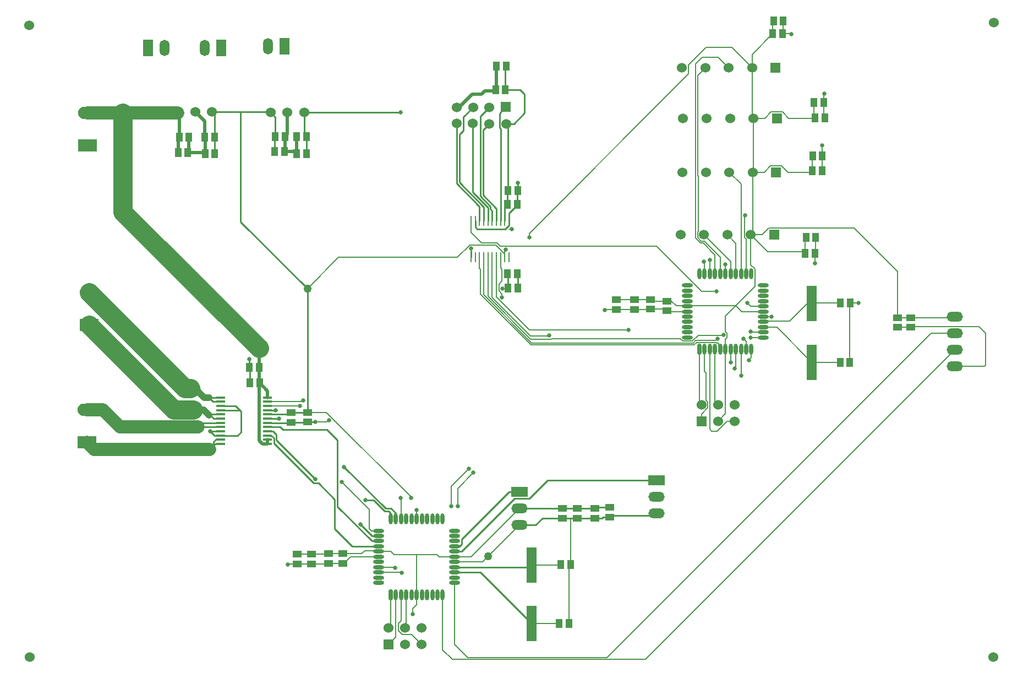
<source format=gtl>
G04 Layer_Physical_Order=1*
G04 Layer_Color=255*
%FSLAX25Y25*%
%MOIN*%
G70*
G01*
G75*
%ADD10R,0.04331X0.05512*%
%ADD11R,0.05512X0.04331*%
%ADD12O,0.05512X0.01575*%
G04:AMPARAMS|DCode=13|XSize=15.75mil|YSize=55.12mil|CornerRadius=3.94mil|HoleSize=0mil|Usage=FLASHONLY|Rotation=90.000|XOffset=0mil|YOffset=0mil|HoleType=Round|Shape=RoundedRectangle|*
%AMROUNDEDRECTD13*
21,1,0.01575,0.04724,0,0,90.0*
21,1,0.00787,0.05512,0,0,90.0*
1,1,0.00787,0.02362,0.00394*
1,1,0.00787,0.02362,-0.00394*
1,1,0.00787,-0.02362,-0.00394*
1,1,0.00787,-0.02362,0.00394*
%
%ADD13ROUNDEDRECTD13*%
%ADD14O,0.02362X0.06496*%
%ADD15O,0.06496X0.02362*%
G04:AMPARAMS|DCode=16|XSize=23.62mil|YSize=64.96mil|CornerRadius=5.91mil|HoleSize=0mil|Usage=FLASHONLY|Rotation=180.000|XOffset=0mil|YOffset=0mil|HoleType=Round|Shape=RoundedRectangle|*
%AMROUNDEDRECTD16*
21,1,0.02362,0.05315,0,0,180.0*
21,1,0.01181,0.06496,0,0,180.0*
1,1,0.01181,-0.00591,0.02658*
1,1,0.01181,0.00591,0.02658*
1,1,0.01181,0.00591,-0.02658*
1,1,0.01181,-0.00591,-0.02658*
%
%ADD16ROUNDEDRECTD16*%
%ADD17R,0.05906X0.21654*%
%ADD18R,0.00984X0.06102*%
G04:AMPARAMS|DCode=19|XSize=9.84mil|YSize=61.02mil|CornerRadius=2.46mil|HoleSize=0mil|Usage=FLASHONLY|Rotation=180.000|XOffset=0mil|YOffset=0mil|HoleType=Round|Shape=RoundedRectangle|*
%AMROUNDEDRECTD19*
21,1,0.00984,0.05610,0,0,180.0*
21,1,0.00492,0.06102,0,0,180.0*
1,1,0.00492,-0.00246,0.02805*
1,1,0.00492,0.00246,0.02805*
1,1,0.00492,0.00246,-0.02805*
1,1,0.00492,-0.00246,-0.02805*
%
%ADD19ROUNDEDRECTD19*%
%ADD20C,0.01969*%
%ADD21C,0.07874*%
%ADD22C,0.11811*%
%ADD23C,0.00984*%
%ADD24C,0.03937*%
%ADD25C,0.00600*%
%ADD26C,0.06000*%
%ADD27R,0.06000X0.06000*%
%ADD28R,0.09843X0.06000*%
%ADD29O,0.09843X0.06000*%
%ADD30O,0.09843X0.05906*%
%ADD31R,0.11417X0.07480*%
%ADD32O,0.11417X0.07480*%
%ADD33O,0.06000X0.09843*%
%ADD34R,0.06000X0.09843*%
%ADD35C,0.05000*%
%ADD36C,0.02500*%
D10*
X599606Y322441D02*
D03*
X605512D02*
D03*
X430118Y164173D02*
D03*
X436024D02*
D03*
X429331Y128347D02*
D03*
X435236D02*
D03*
X199016Y422736D02*
D03*
X204921D02*
D03*
X198425Y413386D02*
D03*
X204331D02*
D03*
X220472Y422736D02*
D03*
X214567D02*
D03*
X220669Y412992D02*
D03*
X214764D02*
D03*
X257283Y423228D02*
D03*
X263189D02*
D03*
X256890Y414173D02*
D03*
X262795D02*
D03*
X276181Y412992D02*
D03*
X270276D02*
D03*
X276181Y423228D02*
D03*
X270276D02*
D03*
X396654Y451575D02*
D03*
X390748D02*
D03*
X397047Y465748D02*
D03*
X391142D02*
D03*
X397835Y340158D02*
D03*
X403740D02*
D03*
X398228Y331496D02*
D03*
X404134D02*
D03*
X397835Y382283D02*
D03*
X403740D02*
D03*
X398228Y390551D02*
D03*
X404134D02*
D03*
X247441Y283465D02*
D03*
X241535D02*
D03*
X247835Y274016D02*
D03*
X241929D02*
D03*
X599409Y286614D02*
D03*
X605315D02*
D03*
X584252Y434646D02*
D03*
X590158D02*
D03*
X578150Y352362D02*
D03*
X584055D02*
D03*
X582480Y402362D02*
D03*
X588386D02*
D03*
X558661Y485433D02*
D03*
X564567D02*
D03*
X559055Y493307D02*
D03*
X564961D02*
D03*
X583661Y443701D02*
D03*
X589567D02*
D03*
X582677Y411417D02*
D03*
X588583D02*
D03*
X578740Y362205D02*
D03*
X584646D02*
D03*
D11*
X276772Y256299D02*
D03*
Y250394D02*
D03*
X266929Y256102D02*
D03*
Y250197D02*
D03*
X431102Y198228D02*
D03*
Y192323D02*
D03*
X440158Y198228D02*
D03*
Y192323D02*
D03*
X450787Y198228D02*
D03*
Y192323D02*
D03*
X459842Y198819D02*
D03*
Y192913D02*
D03*
X289370Y170669D02*
D03*
Y164764D02*
D03*
X298031Y170669D02*
D03*
Y164764D02*
D03*
X279134Y170472D02*
D03*
Y164567D02*
D03*
X270472Y170472D02*
D03*
Y164567D02*
D03*
X642126Y313583D02*
D03*
Y307677D02*
D03*
X634252Y313583D02*
D03*
Y307677D02*
D03*
X494488Y323622D02*
D03*
Y317717D02*
D03*
X484646Y324606D02*
D03*
Y318701D02*
D03*
X474803Y324410D02*
D03*
Y318504D02*
D03*
X463779Y324410D02*
D03*
Y318504D02*
D03*
D12*
X252559Y237106D02*
D03*
Y239665D02*
D03*
Y242224D02*
D03*
Y244783D02*
D03*
Y247342D02*
D03*
Y249902D02*
D03*
Y252461D02*
D03*
Y255020D02*
D03*
Y257579D02*
D03*
Y260138D02*
D03*
Y262697D02*
D03*
Y265256D02*
D03*
X224213Y237106D02*
D03*
Y239665D02*
D03*
Y242224D02*
D03*
Y244783D02*
D03*
Y247342D02*
D03*
Y249902D02*
D03*
Y252461D02*
D03*
Y255020D02*
D03*
Y257579D02*
D03*
Y260138D02*
D03*
Y262697D02*
D03*
D13*
Y265256D02*
D03*
D14*
X330315Y145965D02*
D03*
X333465D02*
D03*
X336614D02*
D03*
X339764D02*
D03*
X342913D02*
D03*
X346063D02*
D03*
X349213D02*
D03*
X352362D02*
D03*
X355512D02*
D03*
X358661D02*
D03*
Y191831D02*
D03*
X355512D02*
D03*
X352362D02*
D03*
X349213D02*
D03*
X346063D02*
D03*
X342913D02*
D03*
X339764D02*
D03*
X336614D02*
D03*
X333465D02*
D03*
X330315D02*
D03*
X327165D02*
D03*
X517323Y294390D02*
D03*
X520472D02*
D03*
X523622D02*
D03*
X526772D02*
D03*
X529921D02*
D03*
X533071D02*
D03*
X536221D02*
D03*
X539370D02*
D03*
X542520D02*
D03*
X545669D02*
D03*
Y340256D02*
D03*
X542520D02*
D03*
X539370D02*
D03*
X536221D02*
D03*
X533071D02*
D03*
X529921D02*
D03*
X526772D02*
D03*
X523622D02*
D03*
X520472D02*
D03*
X517323D02*
D03*
X514173D02*
D03*
D15*
X365846Y153150D02*
D03*
Y156299D02*
D03*
Y159449D02*
D03*
Y162598D02*
D03*
Y165748D02*
D03*
Y168898D02*
D03*
Y172047D02*
D03*
Y175197D02*
D03*
Y178347D02*
D03*
Y181496D02*
D03*
Y184646D02*
D03*
X319980D02*
D03*
Y181496D02*
D03*
Y178347D02*
D03*
Y175197D02*
D03*
Y172047D02*
D03*
Y168898D02*
D03*
Y165748D02*
D03*
Y162598D02*
D03*
Y159449D02*
D03*
Y156299D02*
D03*
Y153150D02*
D03*
X552854Y301575D02*
D03*
Y304724D02*
D03*
Y307874D02*
D03*
Y311024D02*
D03*
Y314173D02*
D03*
Y317323D02*
D03*
Y320472D02*
D03*
Y323622D02*
D03*
Y326772D02*
D03*
Y329921D02*
D03*
Y333071D02*
D03*
X506988D02*
D03*
Y329921D02*
D03*
Y326772D02*
D03*
Y323622D02*
D03*
Y320472D02*
D03*
Y317323D02*
D03*
Y314173D02*
D03*
Y311024D02*
D03*
Y307874D02*
D03*
Y304724D02*
D03*
Y301575D02*
D03*
D16*
X327165Y145965D02*
D03*
X514173Y294390D02*
D03*
D17*
X412598Y163779D02*
D03*
Y128347D02*
D03*
X582283Y322047D02*
D03*
Y286614D02*
D03*
D18*
X375787Y350000D02*
D03*
X378346D02*
D03*
X380906D02*
D03*
X383465D02*
D03*
X386024D02*
D03*
X388583D02*
D03*
X391142D02*
D03*
X393701D02*
D03*
X396260D02*
D03*
X398819D02*
D03*
X375787Y372047D02*
D03*
X378346D02*
D03*
X380906D02*
D03*
X383465D02*
D03*
X386024D02*
D03*
X388583D02*
D03*
X391142D02*
D03*
X393701D02*
D03*
X396260D02*
D03*
D19*
X398819D02*
D03*
D20*
X247539Y239075D02*
Y274311D01*
X198228Y437598D02*
X199016Y436811D01*
X247441Y283465D02*
Y295079D01*
Y274409D02*
Y283465D01*
Y274409D02*
X247539Y274311D01*
X199016Y422736D02*
Y436811D01*
X198425Y413386D02*
Y422146D01*
X199016Y422736D01*
X204921Y413976D02*
Y422736D01*
X204331Y413386D02*
X204921Y413976D01*
X204331Y413386D02*
X214370D01*
X214764Y412992D01*
Y422539D01*
X214567Y422736D02*
X214764Y422539D01*
X214567Y422736D02*
Y432382D01*
X208858Y438091D02*
X214567Y432382D01*
X264567Y424606D02*
Y437795D01*
X263189Y423228D02*
X264567Y424606D01*
X263189Y414567D02*
Y423228D01*
X262795Y414173D02*
X263189Y414567D01*
X262795Y414173D02*
X269094D01*
X270276Y412992D01*
Y423228D01*
X391142Y451968D02*
Y465748D01*
X390748Y451575D02*
X391142Y451968D01*
X252559Y265256D02*
Y269291D01*
X247835Y274016D02*
X252559Y269291D01*
Y237106D02*
Y239665D01*
X247539Y274311D02*
X247835Y274016D01*
X247539Y239075D02*
X249508Y237106D01*
X252559D01*
X367108Y440945D02*
X368504D01*
X389961Y450787D02*
X390748Y451575D01*
X384252Y450787D02*
X389961D01*
X368504Y440945D02*
X376378Y448819D01*
X382283D01*
X384252Y450787D01*
D21*
X164961Y437598D02*
X198228D01*
X143504D02*
X164961D01*
X143307Y257874D02*
X152756D01*
X163287Y247342D01*
X143307Y238189D02*
X147638Y233858D01*
X217520D01*
X163287Y247342D02*
X210531D01*
D22*
X164961Y377559D02*
Y437598D01*
Y377559D02*
X247441Y295079D01*
X144488Y328740D02*
X202362Y270866D01*
X205906D01*
X144488Y309055D02*
X195758Y257785D01*
X207480D01*
D23*
X220669Y412992D02*
Y422539D01*
X220472Y422736D02*
X220669Y422539D01*
X220472Y422736D02*
Y436614D01*
X218996Y438091D02*
X220472Y436614D01*
X256890Y414173D02*
Y422835D01*
X257283Y423228D01*
Y434941D01*
X254134Y438091D02*
X254429Y437795D01*
X257283Y434941D01*
X274705Y424705D02*
Y437795D01*
Y424705D02*
X276181Y423228D01*
Y412992D02*
Y423228D01*
X397108Y430945D02*
X401811D01*
X408268Y437402D01*
Y448819D01*
X405512Y451575D02*
X408268Y448819D01*
X396654Y451575D02*
X405512D01*
X396654D02*
Y465354D01*
X397047Y465748D01*
X274705Y437795D02*
X333071D01*
X396260Y372047D02*
Y380709D01*
X397835Y382283D01*
X397108Y430945D02*
X398228Y429824D01*
X378346Y368504D02*
X379528Y367323D01*
X378346Y368504D02*
Y372047D01*
X375787Y350000D02*
Y354134D01*
X398819Y372047D02*
Y376802D01*
X403740Y381723D01*
Y382283D01*
X404134Y390551D02*
Y395079D01*
X397835Y340158D02*
X398228Y339764D01*
X403740Y340158D02*
X404134Y339764D01*
X210531Y247342D02*
X224213D01*
X213090Y249902D02*
X224213D01*
X221161Y239665D02*
X224213D01*
X219685Y238189D02*
X221161Y239665D01*
X220768Y237106D02*
X224213D01*
X219685Y236024D02*
Y238189D01*
X217520Y233858D02*
X219685Y236024D01*
X220768Y237106D01*
X217323Y254331D02*
X218110D01*
X219980Y252461D01*
X224213D01*
X217323Y254331D02*
X218012Y255020D01*
X224213D01*
X217028Y265256D02*
X224213D01*
X210531Y247342D02*
X213090Y249902D01*
X217815Y244783D02*
X224213D01*
X217815D02*
X220374Y242224D01*
X224213D01*
X252559Y249902D02*
X266634D01*
X266929Y250197D01*
X276575D01*
X276772Y250394D01*
X281496D01*
X217028Y265256D02*
X219587Y262697D01*
X224213D01*
Y242224D02*
X234350D01*
X236614Y244488D01*
Y256693D01*
X224213Y260138D02*
X233169D01*
X224213Y257579D02*
X235728D01*
X236614Y256693D01*
X233169Y260138D02*
X235728Y257579D01*
X241929Y274016D02*
Y283071D01*
X241535Y283465D02*
X241929Y283071D01*
X241535Y283465D02*
Y288386D01*
X367108Y394703D02*
Y431045D01*
Y394703D02*
X380906Y380906D01*
Y372047D02*
Y380906D01*
X371200Y435037D02*
X377108Y440945D01*
X371200Y426953D02*
Y435037D01*
X368692Y424445D02*
X371200Y426953D01*
X368692Y395359D02*
Y424445D01*
Y395359D02*
X383465Y380587D01*
Y372047D02*
Y380587D01*
X386024Y372047D02*
Y380268D01*
X376808Y389484D02*
X386024Y380268D01*
X376808Y389484D02*
Y431045D01*
X381496Y435433D02*
X387008Y440945D01*
X381496Y387036D02*
Y435433D01*
Y387036D02*
X387608Y380925D01*
Y379321D02*
Y380925D01*
Y379321D02*
X388583Y378346D01*
Y372047D02*
Y378346D01*
X391142Y372047D02*
Y379631D01*
X383080Y387692D02*
X391142Y379631D01*
X383080Y387692D02*
Y427017D01*
X387008Y430945D01*
X393016Y437053D02*
X397008Y441045D01*
X393016Y428565D02*
Y437053D01*
Y428565D02*
X393701Y427880D01*
Y372047D02*
Y427880D01*
X236221Y371654D02*
X276772Y331102D01*
X236221Y371654D02*
Y438091D01*
X276575Y256102D02*
X276772Y256299D01*
X266929Y256102D02*
X276575D01*
X276772Y256299D02*
Y331102D01*
X370187Y179537D02*
X398839Y208189D01*
X405118D01*
Y198189D02*
X431063D01*
X431102Y198228D01*
X440158D01*
X450787D01*
X451378Y198819D02*
X459842D01*
X450787Y198228D02*
X451378Y198819D01*
X422153Y215118D02*
X488189D01*
X411131Y204097D02*
X422153Y215118D01*
X402128Y204097D02*
X411131D01*
X365846Y172047D02*
X370079D01*
X405118Y188189D02*
X414961D01*
X419095Y192323D01*
X431102D01*
X440158D02*
X450787D01*
X455709Y192913D02*
X459842D01*
X455118Y192323D02*
X455709Y192913D01*
X450787Y192323D02*
X455118D01*
X365846Y162598D02*
X411417D01*
X412598Y163779D01*
X365846Y159449D02*
X381496D01*
X412598Y128347D01*
X283445Y213406D02*
X293307Y203544D01*
X294891Y199139D02*
Y239361D01*
X308760Y188583D02*
X315846Y181496D01*
X319980D01*
X252559Y257579D02*
X257382D01*
X252559Y255020D02*
X265846D01*
X266929Y256102D01*
X252559Y252461D02*
X259350D01*
X280624Y213406D02*
X283445D01*
X370079Y172047D02*
X402128Y204097D01*
X431102Y192323D02*
X435630D01*
X440158D01*
X293307Y185827D02*
Y203544D01*
Y185827D02*
X303937Y175197D01*
X319980D01*
X294891Y199139D02*
X315684Y178347D01*
X319980D01*
X298917Y223228D02*
X324114Y198031D01*
X327559D01*
X330315Y195276D01*
Y191831D02*
Y195276D01*
X254626Y242224D02*
X254786Y242065D01*
X254786D01*
X254568Y241847D02*
X254786Y242065D01*
X257991Y239351D02*
X281594Y215748D01*
X256407Y237623D02*
X280624Y213406D01*
X398228Y331496D02*
Y339764D01*
X404134Y331496D02*
Y339764D01*
X218996Y438091D02*
X236221D01*
X254134D01*
X459842Y192913D02*
X460630Y193701D01*
X486772D01*
X488189Y195118D01*
X252559Y242224D02*
X254626D01*
X311811Y203150D02*
X316756D01*
X323458Y196447D01*
X325994D01*
X327165Y195276D01*
Y191831D02*
Y195276D01*
X365846Y175197D02*
X368898D01*
X370187Y176486D01*
Y179537D01*
X396623Y367323D02*
X398819Y369518D01*
X379528Y367323D02*
X396623D01*
X398819Y369518D02*
Y372047D01*
X403740Y382283D02*
Y390158D01*
X404134Y390551D01*
X398228Y392126D02*
Y429824D01*
X397835Y391732D02*
X398228Y392126D01*
X397835Y382283D02*
Y391732D01*
X254568Y241847D02*
X255323D01*
X256407Y240762D01*
Y237623D02*
Y240762D01*
X252559Y244783D02*
X256004D01*
X257991Y242796D01*
Y239351D02*
Y242796D01*
X252559Y247342D02*
X260236D01*
X261910Y245669D01*
X288583D01*
X294891Y239361D01*
D24*
X207480Y257785D02*
X213868D01*
X217323Y254331D01*
X207087Y272047D02*
X207480D01*
X205906Y270866D02*
X207087Y272047D01*
X207480D02*
X214272Y265256D01*
X217028D01*
D25*
X297638Y214173D02*
X314173Y197638D01*
X252559Y260138D02*
X272146D01*
X252559Y262697D02*
X273327D01*
X274015Y263385D01*
X274015D01*
X333465Y191831D02*
Y203936D01*
X333071Y204330D02*
X333465Y203936D01*
X330315Y120236D02*
Y145965D01*
X325827Y115748D02*
X330315Y120236D01*
X331927Y124133D02*
X334211Y121848D01*
X331927Y124133D02*
Y128506D01*
X334211Y121848D02*
X339727D01*
X345827Y115748D01*
X340551Y134252D02*
Y137402D01*
X342913Y139764D01*
Y145965D01*
X412598Y163779D02*
X429724D01*
X430118Y164173D01*
X436024D02*
Y191929D01*
X435630Y192323D02*
X436024Y191929D01*
X412598Y128347D02*
X429331D01*
X429331Y128347D01*
X298031Y170669D02*
X309646D01*
X311417Y172441D01*
X319587D01*
X319980Y172047D01*
X302981Y168898D02*
X319980D01*
X298847Y164764D02*
X302981Y168898D01*
X298031Y164764D02*
X298847D01*
X289370Y170669D02*
X298031D01*
X289370Y164764D02*
X298031D01*
X365059Y166535D02*
X365846Y165748D01*
X356421Y168898D02*
X365846D01*
X355222Y170098D02*
X356421Y168898D01*
X327165Y172047D02*
X329115Y170098D01*
X319980Y172047D02*
X327165D01*
X365846Y165748D02*
X382677D01*
X342913Y191831D02*
Y197244D01*
X289173Y164567D02*
X289370Y164764D01*
X342913Y145965D02*
Y170098D01*
X329115D02*
X342913D01*
X355222D01*
X279134Y170472D02*
X289173D01*
X289370Y170669D01*
X279134Y164567D02*
X289173D01*
X270472Y170472D02*
X279134D01*
X270472Y164567D02*
X279134D01*
X265354D02*
X270472D01*
X264961Y164173D02*
X265354Y164567D01*
X375827Y168898D02*
X405118Y198189D01*
X365846Y168898D02*
X375827D01*
X668307Y313583D02*
X668898Y314173D01*
X634252Y313583D02*
X642126D01*
X668307D01*
X634252Y307677D02*
X642126D01*
X686929Y284173D02*
X687601Y284845D01*
X668898Y284173D02*
X686929D01*
X687601Y284845D02*
Y304132D01*
X683659Y308073D02*
X687601Y304132D01*
X642126Y307677D02*
Y308073D01*
X435236Y163386D02*
X436024Y164173D01*
X435236Y128347D02*
Y163386D01*
X654567Y304173D02*
X668898D01*
X481417Y106693D02*
X668898Y294173D01*
X364567Y106693D02*
X481417D01*
X458287Y107893D02*
X654567Y304173D01*
X373702Y107893D02*
X458287D01*
X365846Y115748D02*
Y153150D01*
Y115748D02*
X373702Y107893D01*
X514173Y261968D02*
Y294390D01*
Y261968D02*
X515354Y260787D01*
Y250787D02*
Y255272D01*
X519254Y259172D01*
Y262403D01*
X518110Y263547D02*
X519254Y262403D01*
X518110Y263547D02*
Y280315D01*
X517323Y281102D02*
X518110Y280315D01*
X517323Y281102D02*
Y294390D01*
X517323Y294390D01*
X530870Y250787D02*
X535354D01*
X523622Y262520D02*
Y294390D01*
Y262520D02*
X525354Y260787D01*
X529921Y255354D02*
Y294390D01*
X525354Y250787D02*
X529921Y255354D01*
X579528Y322047D02*
X582283D01*
X568898Y311417D02*
X579528Y322047D01*
X553248Y311417D02*
X568898D01*
X552854Y311024D02*
X553248Y311417D01*
X561024Y307874D02*
X582283Y286614D01*
X552854Y307874D02*
X561024D01*
X546063Y435039D02*
Y464961D01*
Y435039D02*
X546850Y434252D01*
Y401968D02*
Y434252D01*
X546457Y401575D02*
X546850Y401968D01*
X546457Y364961D02*
Y401575D01*
X545276Y363779D02*
X546457Y364961D01*
X539764Y317323D02*
X552854D01*
X536221Y320866D02*
X539764Y317323D01*
X507382Y320866D02*
X536221D01*
X506988Y320472D02*
X507382Y320866D01*
X529921Y314567D02*
X536221Y320866D01*
X545276Y345660D02*
Y363779D01*
Y345660D02*
X547750Y343185D01*
Y332396D02*
Y343185D01*
X529921Y340256D02*
Y345669D01*
X552854Y314173D02*
X557874D01*
X557874Y314173D01*
X634252Y313583D02*
Y341339D01*
X545276Y363779D02*
X552176D01*
X582283Y286614D02*
X599409D01*
X599409Y286614D01*
X605315D02*
Y322244D01*
X605512Y322441D01*
X582677D02*
X599606D01*
X582283Y322047D02*
X582677Y322441D01*
X605512D02*
X610630D01*
X525703Y294390D02*
X526772D01*
X380906Y343504D02*
X381496Y342913D01*
X380906Y343504D02*
Y350000D01*
X524484Y298538D02*
X524778Y298244D01*
X525703D01*
X524147Y299738D02*
X525196Y300787D01*
X545669Y304724D02*
X552854D01*
X545276Y305118D02*
X545669Y304724D01*
X375787Y354134D02*
Y355315D01*
X375984Y355512D01*
X545276Y301575D02*
X552854D01*
X529921Y294390D02*
Y300503D01*
X530890Y301472D01*
X375094Y357662D02*
X390855D01*
X367432Y350000D02*
X375094Y357662D01*
X295669Y350000D02*
X367432D01*
X276772Y331102D02*
X295669Y350000D01*
X533071Y286614D02*
Y294390D01*
X394881Y331102D02*
X397834D01*
X392731Y329710D02*
X394488Y327953D01*
X392731Y329710D02*
Y333961D01*
X388400Y349818D02*
X388583Y350000D01*
X397834Y331102D02*
X398228Y331496D01*
X394488Y325984D02*
Y327953D01*
X391142Y326181D02*
Y350000D01*
X394488Y325984D02*
X395276D01*
X521654Y244882D02*
X524803D01*
X526809Y246887D01*
X526970D01*
X520472Y246063D02*
Y294390D01*
Y246063D02*
X521654Y244882D01*
X526970Y246887D02*
X530870Y250787D01*
X319980Y162598D02*
X329528D01*
X329921Y162205D01*
X363779Y199606D02*
Y211417D01*
X374410Y222047D01*
X536221Y283465D02*
Y294390D01*
X535433Y282677D02*
X536221Y283465D01*
X319980Y159449D02*
X333465D01*
X333858Y159055D01*
X367717Y199606D02*
Y210237D01*
X377165Y219685D01*
X381496Y327695D02*
X412097Y297094D01*
X383465Y327424D02*
X412595Y298294D01*
X388400Y325882D02*
X411920Y302362D01*
X388400Y325882D02*
Y349818D01*
X386024Y326562D02*
Y350000D01*
X383465Y327424D02*
Y350000D01*
X381496Y327695D02*
Y342913D01*
X412097Y297094D02*
X510911D01*
X412595Y298294D02*
X510414D01*
X502615Y300938D02*
X504059Y299494D01*
X509917D01*
X510911Y297094D02*
X512355Y298538D01*
X524484D01*
X510414Y298294D02*
X511858Y299738D01*
X524147D01*
X509917Y299494D02*
X513360Y302937D01*
X529921Y305007D02*
Y314567D01*
Y305007D02*
X530890Y304039D01*
X528527Y302937D02*
X528739Y303149D01*
X513360Y302937D02*
X528527D01*
X530890Y301472D02*
Y304039D01*
X542520Y294390D02*
Y299213D01*
X540945Y300787D02*
X542520Y299213D01*
X375787Y365158D02*
Y372047D01*
Y365158D02*
X382083Y358862D01*
X392731Y333961D02*
X394488Y335718D01*
Y342913D01*
X393701Y343701D02*
X394488Y342913D01*
X393701Y343701D02*
Y350000D01*
X390855Y357662D02*
X396260Y352257D01*
X382083Y358862D02*
X391352D01*
X393521Y356693D01*
X515542Y329528D02*
X524409D01*
X536221Y320866D02*
X547750Y332396D01*
X545276Y320472D02*
X552854D01*
X543307Y322441D02*
X545276Y320472D01*
X539370Y278346D02*
Y294390D01*
X545669Y289370D02*
Y294390D01*
X544095Y287795D02*
X545669Y289370D01*
X424119Y300606D02*
X424451Y300938D01*
X502615D01*
X411979Y300606D02*
X424119D01*
X386024Y326562D02*
X411979Y300606D01*
X411920Y302362D02*
X422835D01*
X423228Y302756D01*
X533071Y340256D02*
Y347638D01*
X536221Y340256D02*
Y358661D01*
X531102Y363779D02*
X536221Y358661D01*
X532283Y401575D02*
X539370Y394488D01*
Y340256D02*
Y394488D01*
X541376Y362164D02*
Y375234D01*
X541732Y375590D01*
X542520Y340256D02*
Y361020D01*
X541376Y362164D02*
X542520Y361020D01*
X523622Y340256D02*
Y351571D01*
X525591Y471260D02*
X531890Y464961D01*
X526772Y340256D02*
Y350119D01*
X520472Y340256D02*
Y348425D01*
X516929Y363779D02*
X533071Y347638D01*
X517011Y359879D02*
X526772Y350119D01*
X515314Y359879D02*
X517011D01*
X513029Y362164D02*
X515314Y359879D01*
X513029Y362164D02*
Y365395D01*
X513393Y365759D01*
Y399079D01*
X513010Y399462D02*
X513393Y399079D01*
X511810Y361686D02*
X514817Y358680D01*
X516514D01*
X523622Y351571D01*
X517323Y340256D02*
Y347244D01*
X516929Y347638D02*
X517323Y347244D01*
X513010Y399462D02*
Y460254D01*
X517717Y464961D01*
X515748Y471260D02*
X525591D01*
X511810Y361686D02*
Y467322D01*
X515748Y471260D01*
X533858Y477165D02*
X546063Y464961D01*
X518110Y477165D02*
X533858D01*
X507443Y466498D02*
X518110Y477165D01*
X507443Y461061D02*
Y466498D01*
X411024Y364641D02*
X507443Y461061D01*
X411024Y362205D02*
Y364641D01*
X393521Y356693D02*
X395778D01*
X395960Y356874D01*
X488195D01*
X515542Y329528D01*
X396260Y354134D02*
X396850Y354724D01*
X396260Y350000D02*
Y352257D01*
Y354134D01*
X607911Y367680D02*
X634252Y341339D01*
X552176Y363779D02*
X556076Y367680D01*
X607911D01*
X411024Y306299D02*
X471260D01*
X391142Y326181D02*
X411024Y306299D01*
X494488Y317717D02*
X494882Y317323D01*
X506988D01*
Y320472D02*
Y320782D01*
X497244Y323622D02*
X500084Y320782D01*
X494488Y323622D02*
X497244D01*
X463779Y324410D02*
X474803D01*
X484449D01*
X484646Y324606D01*
X485630Y323622D01*
X494488D01*
X463779Y318504D02*
X474803D01*
X484449D01*
X484646Y318701D01*
X493504D01*
X494488Y317717D01*
X457087Y318504D02*
X463779D01*
X456693Y318110D02*
X457087Y318504D01*
X546063Y464961D02*
Y472835D01*
X558661Y485433D01*
X546850Y434252D02*
X553751D01*
X557651Y438152D01*
X564396D01*
X568296Y434252D01*
X583858D01*
X584252Y434646D01*
X546457Y401575D02*
X553357D01*
X557257Y405475D01*
X564003D01*
X567903Y401575D01*
X581693D01*
X582480Y402362D01*
X545276Y363779D02*
X555512Y353543D01*
X576968D01*
X578150Y352362D01*
X558661Y485433D02*
Y492913D01*
X559055Y493307D01*
X564961Y485827D02*
Y493307D01*
X564567Y485433D02*
X564961Y485827D01*
X564567Y485433D02*
X569291D01*
X569685Y485039D01*
X583661Y435236D02*
Y443701D01*
Y435236D02*
X584252Y434646D01*
X589567Y435236D02*
Y443701D01*
Y435236D02*
X590158Y434646D01*
X589567Y443701D02*
Y449016D01*
X589764Y449213D01*
X582480Y402362D02*
Y411221D01*
X582677Y411417D01*
X588583D02*
Y417717D01*
X578150Y352362D02*
Y361614D01*
X578740Y362205D01*
X584646Y352953D02*
Y362205D01*
X584055Y352362D02*
X584646Y352953D01*
X584055Y346654D02*
Y352362D01*
Y346654D02*
X584252Y346457D01*
X588386Y402362D02*
Y411221D01*
X588583Y411417D01*
X339370Y204331D02*
Y205009D01*
X288080Y256299D02*
X339370Y205009D01*
X276772Y256299D02*
X288080D01*
X281496Y250394D02*
X288583D01*
X289764Y251575D01*
X314173Y185827D02*
Y197638D01*
Y185827D02*
X315354Y184646D01*
X319980D01*
X325827Y125748D02*
X327165Y127087D01*
Y145965D01*
X331927Y128506D02*
X333465Y130044D01*
Y145965D01*
X335827Y125748D02*
X336614Y126535D01*
Y145965D01*
X358661Y112598D02*
X364567Y106693D01*
X358661Y112598D02*
Y145965D01*
X398819Y367323D02*
X400394D01*
X382677Y165748D02*
X405118Y188189D01*
X642126Y308073D02*
X683659D01*
X500084Y320782D02*
X506988D01*
X525703Y294390D02*
Y298244D01*
D26*
X108268Y490551D02*
D03*
X367108Y440945D02*
D03*
Y431045D02*
D03*
X377108Y440945D02*
D03*
X376808Y431045D02*
D03*
X387008Y440945D02*
D03*
Y430945D02*
D03*
X397108D02*
D03*
X264567Y437795D02*
D03*
X274705D02*
D03*
X254429D02*
D03*
X198720Y438091D02*
D03*
X218996D02*
D03*
X208858D02*
D03*
X345827Y125748D02*
D03*
X335827D02*
D03*
X325827D02*
D03*
X345827Y115748D02*
D03*
X335827D02*
D03*
X535354Y260787D02*
D03*
X525354D02*
D03*
X515354D02*
D03*
X535354Y250787D02*
D03*
X525354D02*
D03*
X503543Y464961D02*
D03*
X517717D02*
D03*
X531890D02*
D03*
X546063D02*
D03*
X504331Y434252D02*
D03*
X518504D02*
D03*
X532677D02*
D03*
X546850D02*
D03*
X503937Y401575D02*
D03*
X518110D02*
D03*
X532283D02*
D03*
X546457D02*
D03*
X502756Y363779D02*
D03*
X516929D02*
D03*
X531102D02*
D03*
X545276D02*
D03*
X108661Y108268D02*
D03*
X692126D02*
D03*
X692520Y492126D02*
D03*
D27*
X397008Y441045D02*
D03*
X325827Y115748D02*
D03*
X515354Y250787D02*
D03*
X560236Y464961D02*
D03*
X561024Y434252D02*
D03*
X560630Y401575D02*
D03*
X559449Y363779D02*
D03*
D28*
X405118Y208189D02*
D03*
X488189Y215118D02*
D03*
D29*
X405118Y198189D02*
D03*
Y188189D02*
D03*
X668898Y304173D02*
D03*
Y294173D02*
D03*
Y314173D02*
D03*
X488189Y205118D02*
D03*
Y195118D02*
D03*
D30*
X668898Y284173D02*
D03*
D31*
X143504Y417913D02*
D03*
X143307Y238189D02*
D03*
X144488Y309055D02*
D03*
D32*
X143504Y437598D02*
D03*
X143307Y257874D02*
D03*
X144488Y328740D02*
D03*
D33*
X190039Y476772D02*
D03*
X214567D02*
D03*
X252874Y477953D02*
D03*
D34*
X180039Y476772D02*
D03*
X224567D02*
D03*
X262874Y477953D02*
D03*
D35*
X175591Y437402D02*
D03*
X386221Y169291D02*
D03*
X276772Y331102D02*
D03*
D36*
X333071Y437795D02*
D03*
X404134Y395079D02*
D03*
X217815Y244783D02*
D03*
X281496Y250394D02*
D03*
X241535Y288386D02*
D03*
X308760Y188583D02*
D03*
X257382Y257579D02*
D03*
X311811Y203150D02*
D03*
X298917Y223228D02*
D03*
X259350Y252461D02*
D03*
X281594Y215748D02*
D03*
X297638Y214173D02*
D03*
X272146Y260138D02*
D03*
X274015Y263385D02*
D03*
X333071Y204330D02*
D03*
X340551Y134252D02*
D03*
X342913Y197244D02*
D03*
X264961Y164173D02*
D03*
X339370Y204331D02*
D03*
X529921Y345669D02*
D03*
X557874Y314173D02*
D03*
X610630Y322441D02*
D03*
X525196Y300787D02*
D03*
X545276Y305118D02*
D03*
X375984Y355512D02*
D03*
X400394Y367323D02*
D03*
X545276Y301575D02*
D03*
X533071Y286614D02*
D03*
X394488Y325984D02*
D03*
X394881Y331102D02*
D03*
X329921Y162205D02*
D03*
X363779Y199606D02*
D03*
X374410Y222047D02*
D03*
X535433Y282677D02*
D03*
X333858Y159055D02*
D03*
X367717Y199606D02*
D03*
X377165Y219685D02*
D03*
X539370Y278346D02*
D03*
X540945Y300787D02*
D03*
X528739Y303149D02*
D03*
X524409Y329528D02*
D03*
X543307Y322441D02*
D03*
X544095Y287795D02*
D03*
X423228Y302756D02*
D03*
X541732Y375590D02*
D03*
X520472Y348425D02*
D03*
X516929Y347638D02*
D03*
X411024Y362205D02*
D03*
X396850Y354724D02*
D03*
X471260Y306299D02*
D03*
X456693Y318110D02*
D03*
X569685Y485039D02*
D03*
X589764Y449213D02*
D03*
X588583Y417717D02*
D03*
X584252Y346457D02*
D03*
X289764Y251575D02*
D03*
M02*

</source>
